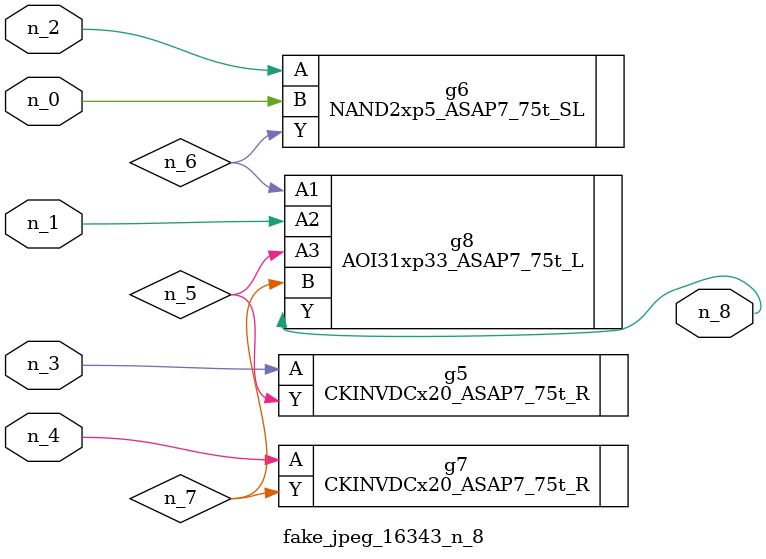
<source format=v>
module fake_jpeg_16343_n_8 (n_3, n_2, n_1, n_0, n_4, n_8);

input n_3;
input n_2;
input n_1;
input n_0;
input n_4;

output n_8;

wire n_6;
wire n_5;
wire n_7;

CKINVDCx20_ASAP7_75t_R g5 ( 
.A(n_3),
.Y(n_5)
);

NAND2xp5_ASAP7_75t_SL g6 ( 
.A(n_2),
.B(n_0),
.Y(n_6)
);

CKINVDCx20_ASAP7_75t_R g7 ( 
.A(n_4),
.Y(n_7)
);

AOI31xp33_ASAP7_75t_L g8 ( 
.A1(n_6),
.A2(n_1),
.A3(n_5),
.B(n_7),
.Y(n_8)
);


endmodule
</source>
